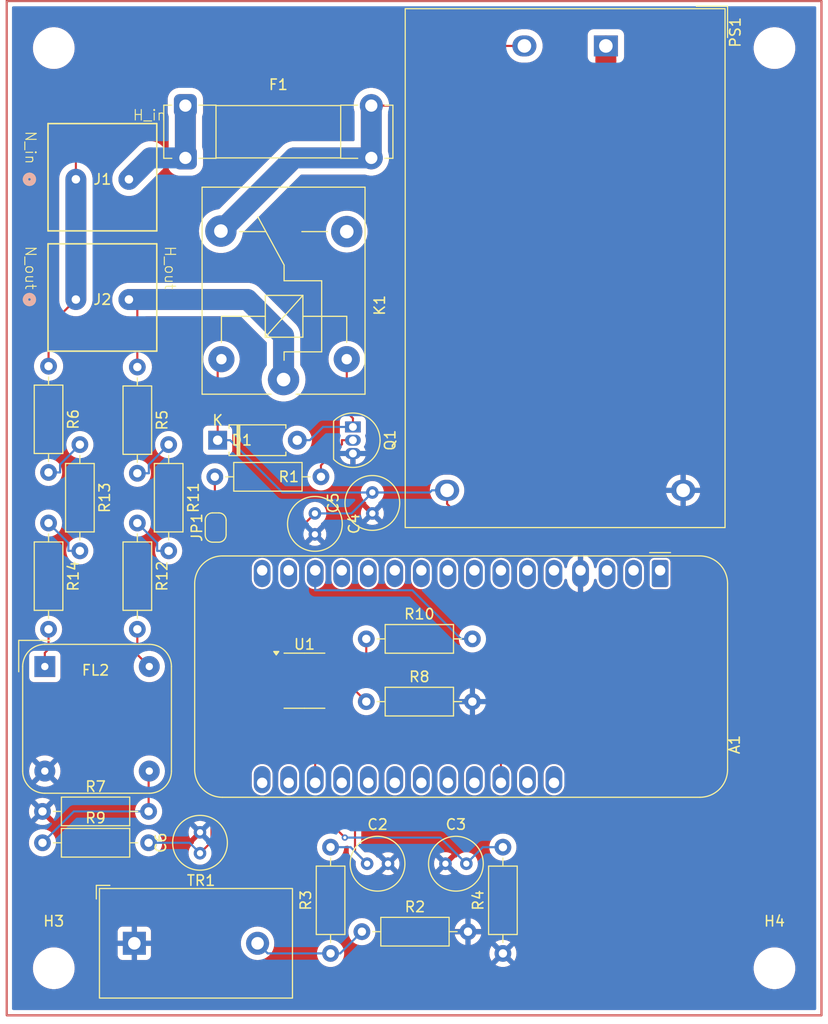
<source format=kicad_pcb>
(kicad_pcb (version 20240108) (generator "pcbnew") (generator_version "8.0")
  (layers (0 "F.Cu" signal) (31 "B.Cu" signal) (34 "B.Paste" user) (35 "F.Paste" user) (36 "B.SilkS" user "B.Silkscreen") (37 "F.SilkS" user "F.Silkscreen") (38 "B.Mask" user) (39 "F.Mask" user) (44 "Edge.Cuts" user))
  (net 0 "")
  (net 5 "GND")
  (net 9 "/DATA_LV")
  (net 24 "/RLY_CTRL")
  (net 27 "+5V")
  (net 29 "IP")
  (net 30 "IN")
  (net 31 "VP")
  (net 32 "Net-(D1-A)")
  (net 33 "AC_H")
  (net 34 "Net-(J1-Pin_2)")
  (net 35 "Net-(FL2-Pad4)")
  (net 36 "Net-(FL2-Pad1)")
  (net 37 "Net-(FL2-Pad2)")
  (net 38 "AC_N")
  (net 39 "RELAY_OUT")
  (net 40 "Net-(JP1-B)")
  (net 41 "Net-(Q1-B)")
  (net 42 "Net-(R2-Pad1)")
  (net 43 "Net-(R11-Pad1)")
  (net 44 "Net-(R13-Pad1)")
  (net 45 "/DATA_HV")
  (net 46 "Net-(R11-Pad2)")
  (net 47 "Net-(R13-Pad2)")
  (footprint "Connector_Screw_Terminal:CONN2_020000_WED" (layer "F.Cu") (at 97.1149 62.0462)
    (property "Reference" "J1" (at 2.54 0 0) (layer "F.SilkS"))
    (property "Value" "Screw_Terminal_01x02")
    (fp_circle (center -4.445 0) (end -4.064 0) (stroke (width 0.508)) (fill none) (layer "B.SilkS"))
    (fp_line (start -2.667 -5.327) (end -2.667 4.9346) (stroke (width 0.1524)) (layer "F.SilkS"))
    (fp_line (start -2.667 4.9346) (end 7.747 4.9346) (stroke (width 0.1524)) (layer "F.SilkS"))
    (fp_line (start 7.747 -5.327) (end -2.667 -5.327) (stroke (width 0.1524)) (layer "F.SilkS"))
    (fp_line (start 7.747 4.9346) (end 7.747 -5.327) (stroke (width 0.1524)) (layer "F.SilkS"))
    (fp_circle (center -4.445 0) (end -4.064 0) (stroke (width 0.508)) (fill none) (layer "F.SilkS"))
    (pad "1" thru_hole circle (at 0 0) (size 1.3208 1.3208) (drill 0.8128) (layers "*.Cu" "*.Mask") (net 38 "AC_N"))
    (pad "2" thru_hole circle (at 5.08 0) (size 1.3208 1.3208) (drill 0.8128) (layers "*.Cu" "*.Mask") (net 34 "Net-(J1-Pin_2)"))
  )
  (footprint "Resistor_THT:R_Axial_DIN0207_L6.3mm_D2.5mm_P10.16mm_Horizontal" (layer "F.Cu") (at 97.5 87.42 -90)
    (property "Reference" "R13" (at 5.08 -2.37 90) (layer "F.SilkS"))
    (property "Value" "10K")
    (fp_line (start 1.81 1.37) (end 8.35 1.37) (stroke (width 0.12)) (layer "F.SilkS"))
    (fp_line (start 8.35 1.37) (end 8.35 -1.37) (stroke (width 0.12)) (layer "F.SilkS"))
    (fp_line (start 1.04 0) (end 1.81 0) (stroke (width 0.12)) (layer "F.SilkS"))
    (fp_line (start 9.12 0) (end 8.35 0) (stroke (width 0.12)) (layer "F.SilkS"))
    (fp_line (start 1.81 -1.37) (end 1.81 1.37) (stroke (width 0.12)) (layer "F.SilkS"))
    (fp_line (start 8.35 -1.37) (end 1.81 -1.37) (stroke (width 0.12)) (layer "F.SilkS"))
    (pad "1" thru_hole circle (at 0 0 270) (size 1.6 1.6) (drill 0.8) (layers "*.Cu" "*.Mask") (net 44 "Net-(R13-Pad1)"))
    (pad "2" thru_hole oval (at 10.16 0 270) (size 1.6 1.6) (drill 0.8) (layers "*.Cu" "*.Mask") (net 47 "Net-(R13-Pad2)"))
  )
  (footprint "Resistor_THT:R_Axial_DIN0207_L6.3mm_D2.5mm_P10.16mm_Horizontal" (layer "F.Cu") (at 94.5 79.92 -90)
    (property "Reference" "R6" (at 5.08 -2.37 90) (layer "F.SilkS"))
    (property "Value" "10K")
    (fp_line (start 1.81 1.37) (end 8.35 1.37) (stroke (width 0.12)) (layer "F.SilkS"))
    (fp_line (start 8.35 1.37) (end 8.35 -1.37) (stroke (width 0.12)) (layer "F.SilkS"))
    (fp_line (start 1.04 0) (end 1.81 0) (stroke (width 0.12)) (layer "F.SilkS"))
    (fp_line (start 9.12 0) (end 8.35 0) (stroke (width 0.12)) (layer "F.SilkS"))
    (fp_line (start 1.81 -1.37) (end 1.81 1.37) (stroke (width 0.12)) (layer "F.SilkS"))
    (fp_line (start 8.35 -1.37) (end 1.81 -1.37) (stroke (width 0.12)) (layer "F.SilkS"))
    (pad "1" thru_hole circle (at 0 0 270) (size 1.6 1.6) (drill 0.8) (layers "*.Cu" "*.Mask") (net 38 "AC_N"))
    (pad "2" thru_hole oval (at 10.16 0 270) (size 1.6 1.6) (drill 0.8) (layers "*.Cu" "*.Mask") (net 44 "Net-(R13-Pad1)"))
  )
  (footprint "Converter_ACDC:Converter_ACDC_Hi-Link_HLK-10Mxx" (layer "F.Cu") (at 147.8575 49.2925 -90)
    (property "Reference" "PS1" (at -1.3 -12.39 90) (layer "F.SilkS"))
    (property "Value" "HLK-10M05")
    (fp_line (start -3.56 19.21) (end 46.06 19.21) (stroke (width 0.12)) (layer "F.SilkS"))
    (fp_line (start -3.8 -8.65) (end -3.8 -11.65) (stroke (width 0.12)) (layer "F.SilkS"))
    (fp_line (start -3.56 -11.41) (end -3.56 19.21) (stroke (width 0.12)) (layer "F.SilkS"))
    (fp_line (start -3.56 -11.41) (end 46.06 -11.41) (stroke (width 0.12)) (layer "F.SilkS"))
    (fp_line (start 46.06 -11.41) (end 46.06 19.21) (stroke (width 0.12)) (layer "F.SilkS"))
    (fp_line (start -3.8 -11.65) (end -0.8 -11.65) (stroke (width 0.12)) (layer "F.SilkS"))
    (pad "1" thru_hole rect (at 0 0 270) (size 2 2.3) (drill 1.3) (layers "*.Cu" "*.Mask") (net 33 "AC_H"))
    (pad "2" thru_hole oval (at 0 7.8 270) (size 2 2.3) (drill 1.3) (layers "*.Cu" "*.Mask") (net 38 "AC_N"))
    (pad "3" thru_hole oval (at 42.5 -7.4 270) (size 2 2.3) (drill 1.3) (layers "*.Cu" "*.Mask") (net 5 "GND"))
    (pad "4" thru_hole oval (at 42.5 15.2 270) (size 2 2.3) (drill 1.3) (layers "*.Cu" "*.Mask") (net 27 "+5V"))
  )
  (footprint "Relay_THT:Relay_SPDT_SANYOU_SRD_Series_Form_C" (layer "F.Cu") (at 117 81.2 90)
    (property "Reference" "K1" (at 7.1 9.2 90) (layer "F.SilkS"))
    (property "Value" "SANYOU_SRD_Form_C")
    (fp_line (start 18.4 -7.8) (end 18.4 7.8) (stroke (width 0.12)) (layer "F.SilkS"))
    (fp_line (start -1.4 -7.8) (end 18.4 -7.8) (stroke (width 0.12)) (layer "F.SilkS"))
    (fp_line (start -1.4 -7.8) (end -1.4 -1.2) (stroke (width 0.12)) (layer "F.SilkS"))
    (fp_line (start 6.05 -5.95) (end 3.55 -5.95) (stroke (width 0.12)) (layer "F.SilkS"))
    (fp_line (start 6.05 -5.95) (end 6.05 -1.75) (stroke (width 0.12)) (layer "F.SilkS"))
    (fp_line (start 14.15 -4.2) (end 14.15 -1.7) (stroke (width 0.12)) (layer "F.SilkS"))
    (fp_line (start 8.05 -1.75) (end 8.05 1.85) (stroke (width 0.12)) (layer "F.SilkS"))
    (fp_line (start 4.05 -1.75) (end 8.05 -1.75) (stroke (width 0.12)) (layer "F.SilkS"))
    (fp_line (start 10.95 0.05) (end 15.55 -2.45) (stroke (width 0.12)) (layer "F.SilkS"))
    (fp_line (start 9.45 0.05) (end 10.95 0.05) (stroke (width 0.12)) (layer "F.SilkS"))
    (fp_line (start 9.45 0.05) (end 9.45 3.65) (stroke (width 0.12)) (layer "F.SilkS"))
    (fp_line (start 2.65 0.05) (end 1.85 0.05) (stroke (width 0.12)) (layer "F.SilkS"))
    (fp_line (start 2.65 0.05) (end 2.65 3.65) (stroke (width 0.12)) (layer "F.SilkS"))
    (fp_line (start -1.4 1.2) (end -1.4 7.8) (stroke (width 0.12)) (layer "F.SilkS"))
    (fp_line (start 8.05 1.85) (end 4.05 -1.75) (stroke (width 0.12)) (layer "F.SilkS"))
    (fp_line (start 8.05 1.85) (end 4.05 1.85) (stroke (width 0.12)) (layer "F.SilkS"))
    (fp_line (start 6.05 1.85) (end 6.05 6.05) (stroke (width 0.12)) (layer "F.SilkS"))
    (fp_line (start 4.05 1.85) (end 4.05 -1.75) (stroke (width 0.12)) (layer "F.SilkS"))
    (fp_line (start 9.45 3.65) (end 2.65 3.65) (stroke (width 0.12)) (layer "F.SilkS"))
    (fp_line (start 14.15 4.2) (end 14.15 1.75) (stroke (width 0.12)) (layer "F.SilkS"))
    (fp_line (start 3.55 6.05) (end 6.05 6.05) (stroke (width 0.12)) (layer "F.SilkS"))
    (fp_line (start 18.4 7.8) (end -1.4 7.8) (stroke (width 0.12)) (layer "F.SilkS"))
    (pad "1" thru_hole circle (at 0 0 180) (size 3 3) (drill 1.3) (layers "*.Cu" "*.Mask") (net 39 "RELAY_OUT"))
    (pad "2" thru_hole circle (at 1.95 6.05 180) (size 2.5 2.5) (drill 1) (layers "*.Cu" "*.Mask") (net 32 "Net-(D1-A)"))
    (pad "3" thru_hole circle (at 14.15 6.05 180) (size 3 3) (drill 1.3) (layers "*.Cu" "*.Mask"))
    (pad "4" thru_hole circle (at 14.2 -6 180) (size 3 3) (drill 1.3) (layers "*.Cu" "*.Mask") (net 33 "AC_H"))
    (pad "5" thru_hole circle (at 1.95 -5.95 180) (size 2.5 2.5) (drill 1) (layers "*.Cu" "*.Mask") (net 27 "+5V"))
  )
  (footprint "Capacitor_THT:C_Radial_D5.0mm_H7.0mm_P2.00mm" (layer "F.Cu") (at 125.5 94 90)
    (property "Reference" "C5" (at 1 -3.75 90) (layer "F.SilkS"))
    (property "Value" "10u")
    (fp_circle (center 1 0) (end 3.62 0) (stroke (width 0.12)) (fill none) (layer "F.SilkS"))
    (pad "1" thru_hole circle (at 0 0 90) (size 1.2 1.2) (drill 0.6) (layers "*.Cu" "*.Mask") (net 5 "GND"))
    (pad "2" thru_hole circle (at 2 0 90) (size 1.2 1.2) (drill 0.6) (layers "*.Cu" "*.Mask") (net 27 "+5V"))
  )
  (footprint "Capacitor_THT:C_Radial_D5.0mm_H7.0mm_P2.00mm" (layer "F.Cu") (at 125 127.5)
    (property "Reference" "C2" (at 1 -3.75 0) (layer "F.SilkS"))
    (property "Value" "33n")
    (fp_circle (center 1 0) (end 3.62 0) (stroke (width 0.12)) (fill none) (layer "F.SilkS"))
    (pad "1" thru_hole circle (at 0 0) (size 1.2 1.2) (drill 0.6) (layers "*.Cu" "*.Mask") (net 29 "IP"))
    (pad "2" thru_hole circle (at 2 0) (size 1.2 1.2) (drill 0.6) (layers "*.Cu" "*.Mask") (net 5 "GND"))
  )
  (footprint "Resistor_THT:R_Axial_DIN0207_L6.3mm_D2.5mm_P10.16mm_Horizontal" (layer "F.Cu") (at 124.92 112)
    (property "Reference" "R8" (at 5.08 -2.37 0) (layer "F.SilkS"))
    (property "Value" "5k1")
    (fp_line (start 1.04 0) (end 1.81 0) (stroke (width 0.12)) (layer "F.SilkS"))
    (fp_line (start 1.81 -1.37) (end 1.81 1.37) (stroke (width 0.12)) (layer "F.SilkS"))
    (fp_line (start 1.81 1.37) (end 8.35 1.37) (stroke (width 0.12)) (layer "F.SilkS"))
    (fp_line (start 8.35 -1.37) (end 1.81 -1.37) (stroke (width 0.12)) (layer "F.SilkS"))
    (fp_line (start 8.35 1.37) (end 8.35 -1.37) (stroke (width 0.12)) (layer "F.SilkS"))
    (fp_line (start 9.12 0) (end 8.35 0) (stroke (width 0.12)) (layer "F.SilkS"))
    (pad "1" thru_hole circle (at 0 0) (size 1.6 1.6) (drill 0.8) (layers "*.Cu" "*.Mask") (net 45 "/DATA_HV"))
    (pad "2" thru_hole oval (at 10.16 0) (size 1.6 1.6) (drill 0.8) (layers "*.Cu" "*.Mask") (net 5 "GND"))
  )
  (footprint "Resistor_THT:R_Axial_DIN0207_L6.3mm_D2.5mm_P10.16mm_Horizontal" (layer "F.Cu") (at 110.42 90.5)
    (property "Reference" "R1" (at 7.08 0 0) (layer "F.SilkS"))
    (property "Value" "TBD")
    (fp_line (start 1.04 0) (end 1.81 0) (stroke (width 0.12)) (layer "F.SilkS"))
    (fp_line (start 1.81 -1.37) (end 1.81 1.37) (stroke (width 0.12)) (layer "F.SilkS"))
    (fp_line (start 1.81 1.37) (end 8.35 1.37) (stroke (width 0.12)) (layer "F.SilkS"))
    (fp_line (start 8.35 -1.37) (end 1.81 -1.37) (stroke (width 0.12)) (layer "F.SilkS"))
    (fp_line (start 8.35 1.37) (end 8.35 -1.37) (stroke (width 0.12)) (layer "F.SilkS"))
    (fp_line (start 9.12 0) (end 8.35 0) (stroke (width 0.12)) (layer "F.SilkS"))
    (pad "1" thru_hole circle (at 0 0) (size 1.6 1.6) (drill 0.8) (layers "*.Cu" "*.Mask") (net 40 "Net-(JP1-B)"))
    (pad "2" thru_hole oval (at 10.16 0) (size 1.6 1.6) (drill 0.8) (layers "*.Cu" "*.Mask") (net 41 "Net-(Q1-B)"))
  )
  (footprint "Resistor_THT:R_Axial_DIN0207_L6.3mm_D2.5mm_P10.16mm_Horizontal" (layer "F.Cu") (at 93.92 122.5)
    (property "Reference" "R7" (at 5.08 -2.37 0) (layer "F.SilkS"))
    (property "Value" "75 (1%)")
    (fp_line (start 1.04 0) (end 1.81 0) (stroke (width 0.12)) (layer "F.SilkS"))
    (fp_line (start 1.81 -1.37) (end 1.81 1.37) (stroke (width 0.12)) (layer "F.SilkS"))
    (fp_line (start 1.81 1.37) (end 8.35 1.37) (stroke (width 0.12)) (layer "F.SilkS"))
    (fp_line (start 8.35 -1.37) (end 1.81 -1.37) (stroke (width 0.12)) (layer "F.SilkS"))
    (fp_line (start 8.35 1.37) (end 8.35 -1.37) (stroke (width 0.12)) (layer "F.SilkS"))
    (fp_line (start 9.12 0) (end 8.35 0) (stroke (width 0.12)) (layer "F.SilkS"))
    (pad "1" thru_hole circle (at 0 0) (size 1.6 1.6) (drill 0.8) (layers "*.Cu" "*.Mask") (net 5 "GND"))
    (pad "2" thru_hole oval (at 10.16 0) (size 1.6 1.6) (drill 0.8) (layers "*.Cu" "*.Mask") (net 35 "Net-(FL2-Pad4)"))
  )
  (footprint "Resistor_THT:R_Axial_DIN0207_L6.3mm_D2.5mm_P10.16mm_Horizontal" (layer "F.Cu") (at 94.5 94.92 -90)
    (property "Reference" "R14" (at 5.08 -2.37 90) (layer "F.SilkS"))
    (property "Value" "10K")
    (fp_line (start 1.81 1.37) (end 8.35 1.37) (stroke (width 0.12)) (layer "F.SilkS"))
    (fp_line (start 8.35 1.37) (end 8.35 -1.37) (stroke (width 0.12)) (layer "F.SilkS"))
    (fp_line (start 1.04 0) (end 1.81 0) (stroke (width 0.12)) (layer "F.SilkS"))
    (fp_line (start 9.12 0) (end 8.35 0) (stroke (width 0.12)) (layer "F.SilkS"))
    (fp_line (start 1.81 -1.37) (end 1.81 1.37) (stroke (width 0.12)) (layer "F.SilkS"))
    (fp_line (start 8.35 -1.37) (end 1.81 -1.37) (stroke (width 0.12)) (layer "F.SilkS"))
    (pad "1" thru_hole circle (at 0 0 270) (size 1.6 1.6) (drill 0.8) (layers "*.Cu" "*.Mask") (net 47 "Net-(R13-Pad2)"))
    (pad "2" thru_hole oval (at 10.16 0 270) (size 1.6 1.6) (drill 0.8) (layers "*.Cu" "*.Mask") (net 36 "Net-(FL2-Pad1)"))
  )
  (footprint "Module:Adafruit_Feather" (layer "F.Cu") (at 153.05 99.4475 -90)
    (property "Reference" "A1" (at 16.66 -7.12 90) (layer "F.SilkS"))
    (property "Value" "Adafruit_Feather_HUZZAH32_ESP32")
    (fp_line (start 19.05 44.56) (end 1.27 44.56) (stroke (width 0.12)) (layer "F.SilkS"))
    (fp_line (start -1.7 1) (end -1.7 -1) (stroke (width 0.12)) (layer "F.SilkS"))
    (fp_line (start -1.38 -3.81) (end -1.38 41.91) (stroke (width 0.12)) (layer "F.SilkS"))
    (fp_line (start 21.7 -3.81) (end 21.7 41.91) (stroke (width 0.12)) (layer "F.SilkS"))
    (fp_line (start 19.05 -6.46) (end 1.27 -6.46) (stroke (width 0.12)) (layer "F.SilkS"))
    (fp_arc (start 1.27 44.56) (mid -0.603833 43.783833) (end -1.38 41.91) (stroke (width 0.12)) (layer "F.SilkS"))
    (fp_arc (start 21.7 41.91) (mid 20.923833 43.783833) (end 19.05 44.56) (stroke (width 0.12)) (layer "F.SilkS"))
    (fp_arc (start -1.38 -3.81) (mid -0.603833 -5.683833) (end 1.27 -6.46) (stroke (width 0.12)) (layer "F.SilkS"))
    (fp_arc (start 19.05 -6.46) (mid 20.923833 -5.683833) (end 21.7 -3.81) (stroke (width 0.12)) (layer "F.SilkS"))
    (pad "1" thru_hole roundrect (at 0 0 270) (size 2.6 1.6) (drill 1 (offset 0.3 0)) (layers "*.Cu" "*.Mask") (roundrect_rratio 0.15625))
    (pad "2" thru_hole oval (at 0 2.54 270) (size 2.6 1.6) (drill 1 (offset 0.3 0)) (layers "*.Cu" "*.Mask"))
    (pad "3" thru_hole oval (at 0 5.08 270) (size 2.6 1.6) (drill 1 (offset 0.3 0)) (layers "*.Cu" "*.Mask"))
    (pad "4" thru_hole oval (at 0 7.62 270) (size 2.6 1.6) (drill 1 (offset 0.3 0)) (layers "*.Cu" "*.Mask") (net 5 "GND"))
    (pad "5" thru_hole oval (at 0 10.16 270) (size 2.6 1.6) (drill 1 (offset 0.3 0)) (layers "*.Cu" "*.Mask"))
    (pad "6" thru_hole oval (at 0 12.7 270) (size 2.6 1.6) (drill 1 (offset 0.3 0)) (layers "*.Cu" "*.Mask"))
    (pad "7" thru_hole oval (at 0 15.24 270) (size 2.6 1.6) (drill 1 (offset 0.3 0)) (layers "*.Cu" "*.Mask"))
    (pad "8" thru_hole oval (at 0 17.78 270) (size 2.6 1.6) (drill 1 (offset 0.3 0)) (layers "*.Cu" "*.Mask"))
    (pad "9" thru_hole oval (at 0 20.32 270) (size 2.6 1.6) (drill 1 (offset 0.3 0)) (layers "*.Cu" "*.Mask"))
    (pad "10" thru_hole oval (at 0 22.86 270) (size 2.6 1.6) (drill 1 (offset 0.3 0)) (layers "*.Cu" "*.Mask"))
    (pad "11" thru_hole oval (at 0 25.4 270) (size 2.6 1.6) (drill 1 (offset 0.3 0)) (layers "*.Cu" "*.Mask"))
    (pad "12" thru_hole oval (at 0 27.94 270) (size 2.6 1.6) (drill 1 (offset 0.3 0)) (layers "*.Cu" "*.Mask"))
    (pad "13" thru_hole oval (at 0 30.48 270) (size 2.6 1.6) (drill 1 (offset 0.3 0)) (layers "*.Cu" "*.Mask"))
    (pad "14" thru_hole oval (at 0 33.02 270) (size 2.6 1.6) (drill 1 (offset 0.3 0)) (layers "*.Cu" "*.Mask") (net 9 "/DATA_LV"))
    (pad "15" thru_hole oval (at 0 35.56 270) (size 2.6 1.6) (drill 1 (offset 0.3 0)) (layers "*.Cu" "*.Mask"))
    (pad "16" thru_hole oval (at 0 38.1 270) (size 2.6 1.6) (drill 1 (offset 0.3 0)) (layers "*.Cu" "*.Mask"))
    (pad "17" thru_hole oval (at 20.32 38.1 90) (size 2.6 1.6) (drill 1 (offset 0.3 0)) (layers "*.Cu" "*.Mask"))
    (pad "18" thru_hole oval (at 20.32 35.56 90) (size 2.6 1.6) (drill 1 (offset 0.3 0)) (layers "*.Cu" "*.Mask"))
    (pad "19" thru_hole oval (at 20.32 33.02 90) (size 2.6 1.6) (drill 1 (offset 0.3 0)) (layers "*.Cu" "*.Mask") (net 24 "/RLY_CTRL"))
    (pad "20" thru_hole oval (at 20.32 30.48 90) (size 2.6 1.6) (drill 1 (offset 0.3 0)) (layers "*.Cu" "*.Mask"))
    (pad "21" thru_hole oval (at 20.32 27.94 90) (size 2.6 1.6) (drill 1 (offset 0.3 0)) (layers "*.Cu" "*.Mask"))
    (pad "22" thru_hole oval (at 20.32 25.4 90) (size 2.6 1.6) (drill 1 (offset 0.3 0)) (layers "*.Cu" "*.Mask"))
    (pad "23" thru_hole oval (at 20.32 22.86 90) (size 2.6 1.6) (drill 1 (offset 0.3 0)) (layers "*.Cu" "*.Mask"))
    (pad "24" thru_hole oval (at 20.32 20.32 90) (size 2.6 1.6) (drill 1 (offset 0.3 0)) (layers "*.Cu" "*.Mask"))
    (pad "25" thru_hole oval (at 20.32 17.78 90) (size 2.6 1.6) (drill 1 (offset 0.3 0)) (layers "*.Cu" "*.Mask"))
    (pad "26" thru_hole oval (at 20.32 15.24 90) (size 2.6 1.6) (drill 1 (offset 0.3 0)) (layers "*.Cu" "*.Mask") (net 27 "+5V"))
    (pad "27" thru_hole oval (at 20.32 12.7 90) (size 2.6 1.6) (drill 1 (offset 0.3 0)) (layers "*.Cu" "*.Mask"))
    (pad "28" thru_hole oval (at 20.32 10.16 90) (size 2.6 1.6) (drill 1 (offset 0.3 0)) (layers "*.Cu" "*.Mask"))
  )
  (footprint "Capacitor_THT:C_Radial_D5.0mm_H7.0mm_P2.00mm" (layer "F.Cu") (at 120 94 -90)
    (property "Reference" "C4" (at 1 -3.75 90) (layer "F.SilkS"))
    (property "Value" "100n")
    (fp_circle (center 1 0) (end 3.62 0) (stroke (width 0.12)) (fill none) (layer "F.SilkS"))
    (pad "1" thru_hole circle (at 0 0 270) (size 1.2 1.2) (drill 0.6) (layers "*.Cu" "*.Mask") (net 27 "+5V"))
    (pad "2" thru_hole circle (at 2 0 270) (size 1.2 1.2) (drill 0.6) (layers "*.Cu" "*.Mask") (net 5 "GND"))
  )
  (footprint "Resistor_THT:R_Axial_DIN0207_L6.3mm_D2.5mm_P10.16mm_Horizontal" (layer "F.Cu") (at 103 94.92 -90)
    (property "Reference" "R12" (at 5.08 -2.37 90) (layer "F.SilkS"))
    (property "Value" "10K")
    (fp_line (start 1.81 1.37) (end 8.35 1.37) (stroke (width 0.12)) (layer "F.SilkS"))
    (fp_line (start 8.35 1.37) (end 8.35 -1.37) (stroke (width 0.12)) (layer "F.SilkS"))
    (fp_line (start 1.04 0) (end 1.81 0) (stroke (width 0.12)) (layer "F.SilkS"))
    (fp_line (start 9.12 0) (end 8.35 0) (stroke (width 0.12)) (layer "F.SilkS"))
    (fp_line (start 1.81 -1.37) (end 1.81 1.37) (stroke (width 0.12)) (layer "F.SilkS"))
    (fp_line (start 8.35 -1.37) (end 1.81 -1.37) (stroke (width 0.12)) (layer "F.SilkS"))
    (pad "1" thru_hole circle (at 0 0 270) (size 1.6 1.6) (drill 0.8) (layers "*.Cu" "*.Mask") (net 46 "Net-(R11-Pad2)"))
    (pad "2" thru_hole oval (at 10.16 0 270) (size 1.6 1.6) (drill 0.8) (layers "*.Cu" "*.Mask") (net 37 "Net-(FL2-Pad2)"))
  )
  (footprint "Resistor_THT:R_Axial_DIN0207_L6.3mm_D2.5mm_P10.16mm_Horizontal" (layer "F.Cu") (at 124.5 134)
    (property "Reference" "R2" (at 5.08 -2.37 0) (layer "F.SilkS"))
    (property "Value" "49.9 (1%)")
    (fp_line (start 1.04 0) (end 1.81 0) (stroke (width 0.12)) (layer "F.SilkS"))
    (fp_line (start 1.81 -1.37) (end 1.81 1.37) (stroke (width 0.12)) (layer "F.SilkS"))
    (fp_line (start 1.81 1.37) (end 8.35 1.37) (stroke (width 0.12)) (layer "F.SilkS"))
    (fp_line (start 8.35 -1.37) (end 1.81 -1.37) (stroke (width 0.12)) (layer "F.SilkS"))
    (fp_line (start 8.35 1.37) (end 8.35 -1.37) (stroke (width 0.12)) (layer "F.SilkS"))
    (fp_line (start 9.12 0) (end 8.35 0) (stroke (width 0.12)) (layer "F.SilkS"))
    (pad "1" thru_hole circle (at 0 0) (size 1.6 1.6) (drill 0.8) (layers "*.Cu" "*.Mask") (net 42 "Net-(R2-Pad1)"))
    (pad "2" thru_hole oval (at 10.16 0) (size 1.6 1.6) (drill 0.8) (layers "*.Cu" "*.Mask") (net 5 "GND"))
  )
  (footprint "MountingHole:MountingHole_3.5mm" (layer "F.Cu") (at 164 49.5)
    (property "Reference" "H2" (hide yes))
    (property "Value" "MountingHole" (hide yes))
    (pad "" np_thru_hole circle (at 0 0) (size 3.5 3.5) (drill 3.5) (layers "*.Cu" "*.Mask"))
  )
  (footprint "Transformer_THT:Transformer_Zeming_ZMCT103C" (layer "F.Cu") (at 102.7125 135.1125)
    (property "Reference" "TR1" (at 6.39 -6 0) (layer "F.SilkS"))
    (property "Value" "ZMCT103C")
    (fp_line (start -3.64 -5.54) (end -2.34 -5.54) (stroke (width 0.12)) (layer "F.SilkS"))
    (fp_line (start -3.64 -4.24) (end -3.64 -5.54) (stroke (width 0.12)) (layer "F.SilkS"))
    (fp_rect (start -3.34 -5.24) (end 15.14 5.24) (stroke (width 0.12)) (fill none) (layer "F.SilkS"))
    (pad "1" thru_hole rect (at 0 0) (size 2.2 2.2) (drill 1.2) (layers "*.Cu" "*.Mask") (net 5 "GND"))
    (pad "2" thru_hole circle (at 11.8 0) (size 2.2 2.2) (drill 1.2) (layers "*.Cu" "*.Mask") (net 42 "Net-(R2-Pad1)"))
  )
  (footprint "Package_TO_SOT_THT:TO-92_Inline" (layer "F.Cu") (at 123.64 85.73 -90)
    (property "Reference" "Q1" (at 1.27 -3.56 90) (layer "F.SilkS"))
    (property "Value" "NPN")
    (fp_line (start -0.53 1.85) (end 3.07 1.85) (stroke (width 0.12)) (layer "F.SilkS"))
    (fp_arc (start -0.568478 1.838478) (mid -1.132087 -0.994977) (end 1.27 -2.6) (stroke (width 0.12)) (layer "F.SilkS"))
    (fp_arc (start 1.27 -2.6) (mid 3.672087 -0.994977) (end 3.108478 1.838478) (stroke (width 0.12)) (layer "F.SilkS"))
    (pad "1" thru_hole rect (at 0 0 270) (size 1.05 1.5) (drill 0.75) (layers "*.Cu" "*.Mask") (net 32 "Net-(D1-A)"))
    (pad "2" thru_hole oval (at 1.27 0 270) (size 1.05 1.5) (drill 0.75) (layers "*.Cu" "*.Mask") (net 41 "Net-(Q1-B)"))
    (pad "3" thru_hole oval (at 2.54 0 270) (size 1.05 1.5) (drill 0.75) (layers "*.Cu" "*.Mask") (net 5 "GND"))
  )
  (footprint "MountingHole:MountingHole_3.5mm" (layer "F.Cu") (at 95 49.5)
    (property "Reference" "H1" (hide yes))
    (property "Value" "MountingHole" (hide yes))
    (pad "" np_thru_hole circle (at 0 0) (size 3.5 3.5) (drill 3.5) (layers "*.Cu" "*.Mask"))
  )
  (footprint "Resistor_THT:R_Axial_DIN0207_L6.3mm_D2.5mm_P10.16mm_Horizontal" (layer "F.Cu") (at 106 87.42 -90)
    (property "Reference" "R11" (at 5.08 -2.37 90) (layer "F.SilkS"))
    (property "Value" "10K")
    (fp_line (start 1.81 1.37) (end 8.35 1.37) (stroke (width 0.12)) (layer "F.SilkS"))
    (fp_line (start 8.35 1.37) (end 8.35 -1.37) (stroke (width 0.12)) (layer "F.SilkS"))
    (fp_line (start 1.04 0) (end 1.81 0) (stroke (width 0.12)) (layer "F.SilkS"))
    (fp_line (start 9.12 0) (end 8.35 0) (stroke (width 0.12)) (layer "F.SilkS"))
    (fp_line (start 1.81 -1.37) (end 1.81 1.37) (stroke (width 0.12)) (layer "F.SilkS"))
    (fp_line (start 8.35 -1.37) (end 1.81 -1.37) (stroke (width 0.12)) (layer "F.SilkS"))
    (pad "1" thru_hole circle (at 0 0 270) (size 1.6 1.6) (drill 0.8) (layers "*.Cu" "*.Mask") (net 43 "Net-(R11-Pad1)"))
    (pad "2" thru_hole oval (at 10.16 0 270) (size 1.6 1.6) (drill 0.8) (layers "*.Cu" "*.Mask") (net 46 "Net-(R11-Pad2)"))
  )
  (footprint "Fuse:Fuseholder_Clip-5x20mm_Bel_FC-203-22_Lateral_P17.80x5.00mm_D1.17mm_Horizontal" (layer "F.Cu") (at 107.6 55)
    (property "Reference" "F1" (at 8.9 -2 0) (layer "F.SilkS"))
    (property "Value" "1Ax250V")
    (fp_line (start -2.07 5.04) (end -2.07 -0.04) (stroke (width 0.12)) (layer "F.SilkS"))
    (fp_line (start -1.3 -0.04) (end -2.07 -0.04) (stroke (width 0.12)) (layer "F.SilkS"))
    (fp_line (start -1.3 5.04) (end -2.07 5.04) (stroke (width 0.12)) (layer "F.SilkS"))
    (fp_line (start 2.93 -0.04) (end 1.3 -0.04) (stroke (width 0.12)) (layer "F.SilkS"))
    (fp_line (start 2.93 -0.04) (end 2.93 5.04) (stroke (width 0.12)) (layer "F.SilkS"))
    (fp_line (start 2.93 5.04) (end 1.3 5.04) (stroke (width 0.12)) (layer "F.SilkS"))
    (fp_line (start 14.87 -0.04) (end 14.87 5.04) (stroke (width 0.12)) (layer "F.SilkS"))
    (fp_line (start 14.87 0) (end 2.93 0) (stroke (width 0.12)) (layer "F.SilkS"))
    (fp_line (start 14.87 5) (end 2.93 5) (stroke (width 0.12)) (layer "F.SilkS"))
    (fp_line (start 16.5 -0.04) (end 14.87 -0.04) (stroke (width 0.12)) (layer "F.SilkS"))
    (fp_line (start 16.5 5.04) (end 14.87 5.04) (stroke (width 0.12)) (layer "F.SilkS"))
    (fp_line (start 19.1 -0.04) (end 19.87 -0.04) (stroke (width 0.12)) (layer "F.SilkS"))
    (fp_line (start 19.1 5.04) (end 19.87 5.04) (stroke (width 0.12)) (layer "F.SilkS"))
    (fp_line (start 19.87 -0.04) (end 19.87 5.04) (stroke (width 0.12)) (layer "F.SilkS"))
    (pad "1" thru_hole roundrect (at 0 0) (size 2.2 2.2) (drill 1.17) (layers "*.Cu" "*.Mask") (net 34 "Net-(J1-Pin_2)"))
    (pad "1" thru_hole roundrect (at 0 5) (size 2.2 2.2) (drill 1.17) (layers "*.Cu" "*.Mask") (net 34 "Net-(J1-Pin_2)"))
    (pad "2" thru_hole circle (at 17.8 0) (size 2.2 2.2) (drill 1.17) (layers "*.Cu" "*.Mask") (net 33 "AC_H"))
    (pad "2" thru_hole circle (at 17.8 5) (size 2.2 2.2) (drill 1.17) (layers "*.Cu" "*.Mask") (net 33 "AC_H"))
  )
  (footprint "Resistor_THT:R_Axial_DIN0207_L6.3mm_D2.5mm_P10.16mm_Horizontal" (layer "F.Cu") (at 124.92 106)
    (property "Reference" "R10" (at 5.08 -2.37 0) (layer "F.SilkS"))
    (property "Value" "10k")
    (fp_line (start 1.04 0) (end 1.81 0) (stroke (width 0.12)) (layer "F.SilkS"))
    (fp_line (start 1.81 -1.37) (end 1.81 1.37) (stroke (width 0.12)) (layer "F.SilkS"))
    (fp_line (start 1.81 1.37) (end 8.35 1.37) (stroke (width 0.12)) (layer "F.SilkS"))
    (fp_line (start 8.35 -1.37) (end 1.81 -1.37) (stroke (width 0.12)) (layer "F.SilkS"))
    (fp_line (start 8.35 1.37) (end 8.35 -1.37) (stroke (width 0.12)) (layer "F.SilkS"))
    (fp_line (start 9.12 0) (end 8.35 0) (stroke (width 0.12)) (layer "F.SilkS"))
    (pad "1" thru_hole circle (at 0 0) (size 1.6 1.6) (drill 0.8) (layers "*.Cu" "*.Mask") (net 45 "/DATA_HV"))
    (pad "2" thru_hole oval (at 10.16 0) (size 1.6 1.6) (drill 0.8) (layers "*.Cu" "*.Mask") (net 9 "/DATA_LV"))
  )
  (footprint "Diode_THT:D_A-405_P7.62mm_Horizontal" (layer "F.Cu") (at 110.69 87)
    (property "Reference" "D1" (at 2.31 0 0) (layer "F.SilkS"))
    (property "Value" "D")
    (fp_line (start 1.09 -1.47) (end 6.53 -1.47) (stroke (width 0.12)) (layer "F.SilkS"))
    (fp_line (start 1.09 -1.14) (end 1.09 -1.47) (stroke (width 0.12)) (layer "F.SilkS"))
    (fp_line (start 1.09 1.14) (end 1.09 1.47) (stroke (width 0.12)) (layer "F.SilkS"))
    (fp_line (start 1.09 1.47) (end 6.53 1.47) (stroke (width 0.12)) (layer "F.SilkS"))
    (fp_line (start 1.87 -1.47) (end 1.87 1.47) (stroke (width 0.12)) (layer "F.SilkS"))
    (fp_line (start 1.99 -1.47) (end 1.99 1.47) (stroke (width 0.12)) (layer "F.SilkS"))
    (fp_line (start 2.11 -1.47) (end 2.11 1.47) (stroke (width 0.12)) (layer "F.SilkS"))
    (fp_line (start 6.53 -1.47) (end 6.53 -1.14) (stroke (width 0.12)) (layer "F.SilkS"))
    (fp_line (start 6.53 1.47) (end 6.53 1.14) (stroke (width 0.12)) (layer "F.SilkS"))
    (fp_text user "K" (at 0 -1.9 0) (layer "F.SilkS"))
    (pad "1" thru_hole rect (at 0 0) (size 1.8 1.8) (drill 0.9) (layers "*.Cu" "*.Mask") (net 27 "+5V"))
    (pad "2" thru_hole oval (at 7.62 0) (size 1.8 1.8) (drill 0.9) (layers "*.Cu" "*.Mask") (net 32 "Net-(D1-A)"))
  )
  (footprint "Capacitor_THT:C_Radial_D5.0mm_H7.0mm_P2.00mm" (layer "F.Cu") (at 132.5 127.5)
    (property "Reference" "C3" (at 1 -3.75 0) (layer "F.SilkS"))
    (property "Value" "33n")
    (fp_circle (center 1 0) (end 3.62 0) (stroke (width 0.12)) (fill none) (layer "F.SilkS"))
    (pad "1" thru_hole circle (at 0 0) (size 1.2 1.2) (drill 0.6) (layers "*.Cu" "*.Mask") (net 5 "GND"))
    (pad "2" thru_hole circle (at 2 0) (size 1.2 1.2) (drill 0.6) (layers "*.Cu" "*.Mask") (net 30 "IN"))
  )
  (footprint "Package_SO:SSOP-8_3.9x5.05mm_P1.27mm" (layer "F.Cu") (at 119 110)
    (property "Reference" "U1" (at 0 -3.48 0) (layer "F.SilkS"))
    (property "Value" "HLW8032")
    (fp_line (start 0 -2.635) (end -1.95 -2.635) (stroke (width 0.12)) (layer "F.SilkS"))
    (fp_line (start 0 -2.635) (end 1.95 -2.635) (stroke (width 0.12)) (layer "F.SilkS"))
    (fp_line (start 0 2.635) (end -1.95 2.635) (stroke (width 0.12)) (layer "F.SilkS"))
    (fp_line (start 0 2.635) (end 1.95 2.635) (stroke (width 0.12)) (layer "F.SilkS"))
    (fp_poly (pts (xy -2.7 -2.465) (xy -2.94 -2.795) (xy -2.46 -2.795) (xy -2.7 -2.465)) (stroke (width 0.12)) (fill solid) (layer "F.SilkS"))
    (pad "1" smd roundrect (at -2.675 -1.905) (size 1.55 0.6) (layers "F.Cu" "F.Paste" "F.Mask") (net 27 "+5V"))
    (pad "2" smd roundrect (at -2.675 -0.635) (size 1.55 0.6) (layers "F.Cu" "F.Paste" "F.Mask") (net 29 "IP"))
    (pad "3" smd roundrect (at -2.675 0.635) (size 1.55 0.6) (layers "F.Cu" "F.Paste" "F.Mask") (net 30 "IN"))
    (pad "4" smd roundrect (at -2.675 1.905) (size 1.55 0.6) (layers "F.Cu" "F.Paste" "F.Mask") (net 31 "VP"))
    (pad "5" smd roundrect (at 2.675 1.905) (size 1.55 0.6) (layers "F.Cu" "F.Paste" "F.Mask") (net 5 "GND"))
    (pad "6" smd roundrect (at 2.675 0.635) (size 1.55 0.6) (layers "F.Cu" "F.Paste" "F.Mask") (net 45 "/DATA_HV"))
    (pad "7" smd roundrect (at 2.675 -0.635) (size 1.55 0.6) (layers "F.Cu" "F.Paste" "F.Mask"))
    (pad "8" smd roundrect (at 2.675 -1.905) (size 1.55 0.6) (layers "F.Cu" "F.Paste" "F.Mask"))
  )
  (footprint "Resistor_THT:R_Axial_DIN0207_L6.3mm_D2.5mm_P10.16mm_Horizontal" (layer "F.Cu") (at 93.92 125.5)
    (property "Reference" "R9" (at 5.08 -2.37 0) (layer "F.SilkS"))
    (property "Value" "1k")
    (fp_line (start 1.04 0) (end 1.81 0) (stroke (width 0.12)) (layer "F.SilkS"))
    (fp_line (start 1.81 -1.37) (end 1.81 1.37) (stroke (width 0.12)) (layer "F.SilkS"))
    (fp_line (start 1.81 1.37) (end 8.35 1.37) (stroke (width 0.12)) (layer "F.SilkS"))
    (fp_line (start 8.35 -1.37) (end 1.81 -1.37) (stroke (width 0.12)) (layer "F.SilkS"))
    (fp_line (start 8.35 1.37) (end 8.35 -1.37) (stroke (width 0.12)) (layer "F.SilkS"))
    (fp_line (start 9.12 0) (end 8.35 0) (stroke (width 0.12)) (layer "F.SilkS"))
    (pad "1" thru_hole circle (at 0 0) (size 1.6 1.6) (drill 0.8) (layers "*.Cu" "*.Mask") (net 35 "Net-(FL2-Pad4)"))
    (pad "2" thru_hole oval (at 10.16 0) (size 1.6 1.6) (drill 0.8) (layers "*.Cu" "*.Mask") (net 31 "VP"))
  )
  (footprint "MountingHole:MountingHole_3.5mm" (layer "F.Cu") (at 95 137.5)
    (property "Reference" "H3" (at 0 -4.5 0) (layer "F.SilkS"))
    (property "Value" "MountingHole")
    (pad "" np_thru_hole circle (at 0 0) (size 3.5 3.5) (drill 3.5) (layers "*.Cu" "*.Mask"))
  )
  (footprint "Resistor_THT:R_Axial_DIN0207_L6.3mm_D2.5mm_P10.16mm_Horizontal" (layer "F.Cu") (at 138 136.08 90)
    (property "Reference" "R4" (at 5.08 -2.37 90) (layer "F.SilkS"))
    (property "Value" "1k")
    (fp_line (start 8.35 -1.37) (end 1.81 -1.37) (stroke (width 0.12)) (layer "F.SilkS"))
    (fp_line (start 1.81 -1.37) (end 1.81 1.37) (stroke (width 0.12)) (layer "F.SilkS"))
    (fp_line (start 9.12 0) (end 8.35 0) (stroke (width 0.12)) (layer "F.SilkS"))
    (fp_line (start 1.04 0) (end 1.81 0) (stroke (width 0.12)) (layer "F.SilkS"))
    (fp_line (start 8.35 1.37) (end 8.35 -1.37) (stroke (width 0.12)) (layer "F.SilkS"))
    (fp_line (start 1.81 1.37) (end 8.35 1.37) (stroke (width 0.12)) (layer "F.SilkS"))
    (pad "1" thru_hole circle (at 0 0 90) (size 1.6 1.6) (drill 0.8) (layers "*.Cu" "*.Mask") (net 5 "GND"))
    (pad "2" thru_hole oval (at 10.16 0 90) (size 1.6 1.6) (drill 0.8) (layers "*.Cu" "*.Mask") (net 30 "IN"))
  )
  (footprint "Capacitor_THT:C_Radial_D5.0mm_H7.0mm_P2.00mm" (layer "F.Cu") (at 109 126.5 90)
    (property "Reference" "C6" (at 1 -3.75 90) (layer "F.SilkS"))
    (property "Value" "33n")
    (fp_circle (center 1 0) (end 3.62 0) (stroke (width 0.12)) (fill none) (layer "F.SilkS"))
    (pad "1" thru_hole circle (at 0 0 90) (size 1.2 1.2) (drill 0.6) (layers "*.Cu" "*.Mask") (net 31 "VP"))
    (pad "2" thru_hole circle (at 2 0 90) (size 1.2 1.2) (drill 0.6) (layers "*.Cu" "*.Mask") (net 5 "GND"))
  )
  (footprint "Connector_Screw_Terminal:CONN2_020000_WED" (layer "F.Cu") (at 97.1149 73.5462)
    (property "Reference" "J2" (at 2.54 0 0) (layer "F.SilkS"))
    (property "Value" "Screw_Terminal_01x02")
    (fp_circle (center -4.445 0) (end -4.064 0) (stroke (width 0.508)) (fill none) (layer "B.SilkS"))
    (fp_line (start -2.667 -5.327) (end -2.667 4.9346) (stroke (width 0.1524)) (layer "F.SilkS"))
    (fp_line (start -2.667 4.9346) (end 7.747 4.9346) (stroke (width 0.1524)) (layer "F.SilkS"))
    (fp_line (start 7.747 -5.327) (end -2.667 -5.327) (stroke (width 0.1524)) (layer "F.SilkS"))
    (fp_line (start 7.747 4.9346) (end 7.747 -5.327) (stroke (width 0.1524)) (layer "F.SilkS"))
    (fp_circle (center -4.445 0) (end -4.064 0) (stroke (width 0.508)) (fill none) (layer "F.SilkS"))
    (pad "1" thru_hole circle (at 0 0) (size 1.3208 1.3208) (drill 0.8128) (layers "*.Cu" "*.Mask") (net 38 "AC_N"))
    (pad "2" thru_hole circle (at 5.08 0) (size 1.3208 1.3208) (drill 0.8128) (layers "*.Cu" "*.Mask") (net 39 "RELAY_OUT"))
  )
  (footprint "Resistor_THT:R_Axial_DIN0207_L6.3mm_D2.5mm_P10.16mm_Horizontal" (layer "F.Cu") (at 103 80 -90)
    (property "Reference" "R5" (at 5.08 -2.37 90) (layer "F.SilkS"))
    (property "Value" "10K")
    (fp_line (start 1.81 1.37) (end 8.35 1.37) (stroke (width 0.12)) (layer "F.SilkS"))
    (fp_line (start 8.35 1.37) (end 8.35 -1.37) (stroke (width 0.12)) (layer "F.SilkS"))
    (fp_line (start 1.04 0) (end 1.81 0) (stroke (width 0.12)) (layer "F.SilkS"))
    (fp_line (start 9.12 0) (end 8.35 0) (stroke (width 0.12)) (layer "F.SilkS"))
    (fp_line (start 1.81 -1.37) (end 1.81 1.37) (stroke (width 0.12)) (layer "F.SilkS"))
    (fp_line (start 8.35 -1.37) (end 1.81 -1.37) (stroke (width 0.12)) (layer "F.SilkS"))
    (pad "1" thru_hole circle (at 0 0 270) (size 1.6 1.6) (drill 0.8) (layers "*.Cu" "*.Mask") (net 39 "RELAY_OUT"))
    (pad "2" thru_hole oval (at 10.16 0 270) (size 1.6 1.6) (drill 0.8) (layers "*.Cu" "*.Mask") (net 43 "Net-(R11-Pad1)"))
  )
  (footprint "Inductor_THT:Choke_Schaffner_RN102-04-14.0x14.0mm" (layer "F.Cu") (at 94.1425 108.6425)
    (property "Reference" "FL2" (at 4.8575 0.3575 0) (layer "F.SilkS"))
    (property "Value" "choke")
    (fp_line (start -2.5 -2.5) (end -2.5 0.5) (stroke (width 0.12)) (layer "F.SilkS"))
    (fp_line (start -2.5 -2.5) (end 0.5 -2.5) (stroke (width 0.12)) (layer "F.SilkS"))
    (fp_line (start -2.12 10) (end -2.12 0) (stroke (width 0.12)) (layer "F.SilkS"))
    (fp_line (start 0 -2.12) (end 10 -2.12) (stroke (width 0.12)) (layer "F.SilkS"))
    (fp_line (start 10 12.12) (end 0 12.12) (stroke (width 0.12)) (layer "F.SilkS"))
    (fp_line (start 12.12 0) (end 12.12 10) (stroke (width 0.12)) (layer "F.SilkS"))
    (fp_arc (start -2.12 0) (mid -1.499066 -1.499066) (end 0 -2.12) (stroke (width 0.12)) (layer "F.SilkS"))
    (fp_arc (start 0 12.12) (mid -1.499066 11.499066) (end -2.12 10) (stroke (width 0.12)) (layer "F.SilkS"))
    (fp_arc (start 10 -2.12) (mid 11.499066 -1.499066) (end 12.12 0) (stroke (width 0.12)) (layer "F.SilkS"))
    (fp_arc (start 12.12 10) (mid 11.499066 11.499066) (end 10 12.12) (stroke (width 0.12)) (layer "F.SilkS"))
    (pad "1" thru_hole rect (at 0 0) (size 2 2) (drill 0.7) (layers "*.Cu" "*.Mask") (net 36 "Net-(FL2-Pad1)"))
    (pad "2" thru_hole circle (at 10 0) (size 2 2) (drill 0.7) (layers "*.Cu" "*.Mask") (net 37 "Net-(FL2-Pad2)"))
    (pad "3" thru_hole circle (at 0 10) (size 2 2) (drill 0.7) (layers "*.Cu" "*.Mask") (net 5 "GND"))
    (pad "4" thru_hole circle (at 10 10) (size 2 2) (drill 0.7) (layers "*.Cu" "*.Mask") (net 35 "Net-(FL2-Pad4)"))
  )
  (footprint "MountingHole:MountingHole_3.5mm" (layer "F.Cu") (at 164 137.5)
    (property "Reference" "H4" (at 0 -4.5 0) (layer "F.SilkS"))
    (property "Value" "MountingHole")
    (pad "" np_thru_hole circle (at 0 0) (size 3.5 3.5) (drill 3.5) (layers "*.Cu" "*.Mask"))
  )
  (footprint "Resistor_THT:R_Axial_DIN0207_L6.3mm_D2.5mm_P10.16mm_Horizontal" (layer "F.Cu") (at 121.5 136.08 90)
    (property "Reference" "R3" (at 5.08 -2.37 90) (layer "F.SilkS"))
    (property "Value" "1k")
    (fp_line (start 8.35 -1.37) (end 1.81 -1.37) (stroke (width 0.12)) (layer "F.SilkS"))
    (fp_line (start 1.81 -1.37) (end 1.81 1.37) (stroke (width 0.12)) (layer "F.SilkS"))
    (fp_line (start 9.12 0) (end 8.35 0) (stroke (width 0.12)) (layer "F.SilkS"))
    (fp_line (start 1.04 0) (end 1.81 0) (stroke (width 0.12)) (layer "F.SilkS"))
    (fp_line (start 8.35 1.37) (end 8.35 -1.37) (stroke (width 0.12)) (layer "F.SilkS"))
    (fp_line (start 1.81 1.37) (end 8.35 1.37) (stroke (width 0.12)) (layer "F.SilkS"))
    (pad "1" thru_hole circle (at 0 0 90) (size 1.6 1.6) (drill 0.8) (layers "*.Cu" "*.Mask") (net 42 "Net-(R2-Pad1)"))
    (pad "2" thru_hole oval (at 10.16 0 90) (size 1.6 1.6) (drill 0.8) (layers "*.Cu" "*.Mask") (net 29 "IP"))
  )
  (footprint "Jumper:SolderJumper-2_P1.3mm_Open_RoundedPad1.0x1.5mm" (layer "F.Cu") (at 110.5 95.35 90)
    (property "Reference" "JP1" (at 0 -1.8 90) (layer "F.SilkS"))
    (property "Value" "RELAY LOGIC BYPASS")
    (fp_line (start -0.7 -1) (end 0.7 -1) (stroke (width 0.12)) (layer "F.SilkS"))
    (fp_line (start 1.4 -0.3) (end 1.4 0.3) (stroke (width 0.12)) (layer "F.SilkS"))
    (fp_line (start -1.4 0.3) (end -1.4 -0.3) (stroke (width 0.12)) (layer "F.SilkS"))
    (fp_line (start 0.7 1) (end -0.7 1) (stroke (width 0.12)) (layer "F.SilkS"))
    (fp_arc (start 0.7 -1) (mid 1.194975 -0.794975) (end 1.4 -0.3) (stroke (width 0.12)) (layer "F.SilkS"))
    (fp_arc (start -1.4 -0.3) (mid -1.194975 -0.794975) (end -0.7 -1) (stroke (width 0.12)) (layer "F.SilkS"))
    (fp_arc (start 1.4 0.3) (mid 1.194975 0.794975) (end 0.7 1) (stroke (width 0.12)) (layer "F.SilkS"))
    (fp_arc (start -0.7 1) (mid -1.194975 0.794975) (end -1.4 0.3) (stroke (width 0.12)) (layer "F.SilkS"))
    (pad "1" smd custom (at -0.65 0 90) (size 1 0.5) (layers "F.Cu" "F.Mask") (net 24 "/RLY_CTRL") (options (clearance outline) (anchor rect)) (primitives (gr_circle (center 0 0.25) (end 0.5 0.25) (width 0) (fill yes)) (gr_circle (center 0 -0.25) (end 0.5 -0.25) (width 0) (fill yes)) (gr_poly (pts (xy 0.5 0.75) (xy 0 0.75) (xy 0 -0.75) (xy 0.5 -0.75)) (width 0) (fill yes))))
    (pad "2" smd custom (at 0.65 0 90) (size 1 0.5) (layers "F.Cu" "F.Mask") (net 40 "Net-(JP1-B)") (options (clearance outline) (anchor rect)) (primitives (gr_circle (center 0 0.25) (end 0.5 0.25) (width 0) (fill yes)) (gr_circle (center 0 -0.25) (end 0.5 -0.25) (width 0) (fill yes)) (gr_poly (pts (xy 0 0.75) (xy -0.5 0.75) (xy -0.5 -0.75) (xy 0 -0.75)) (width 0) (fill yes))))
  )
  (gr_rect (start 90.5 45) (end 168.5 142) (stroke (width 0.2)) (fill none) (layer "F.Cu") (net 43))
  (gr_rect (start 90.5 45) (end 168.5 142) (stroke (width 0.05)) (fill none) (layer "Edge.Cuts"))
  (gr_text "N_out" (at 92.1949 68.35 -90) (layer "F.SilkS") (effects (font (size 1 1) (thickness 0.1)) (justify left bottom)))
  (gr_text "N_in\n" (at 92.1949 57.35 -90) (layer "F.SilkS") (effects (font (size 1 1) (thickness 0.1)) (justify left bottom)))
  (gr_text "H_out" (at 105.55 68.35 -90) (layer "F.SilkS") (effects (font (size 1 1) (thickness 0.1)) (justify left bottom)))
  (gr_text "H_in" (at 102.5 56.5 0) (layer "F.SilkS") (effects (font (size 1 1) (thickness 0.1)) (justify left bottom)))
  (segment (start 129.3275 101.3492) (end 133.9783 106) (width 0.2) (layer "B.Cu") (net 9))
  (segment (start 120.03 101.3492) (end 129.3275 101.3492) (width 0.2) (layer "B.Cu") (net 9))
  (segment (start 135.08 106) (end 133.9783 106) (width 0.2) (layer "B.Cu") (net 9))
  (segment (start 120.03 99.4475) (end 120.03 101.3492) (width 0.2) (layer "B.Cu") (net 9))
  (segment (start 120.03 112.8755) (end 120.03 119.7675) (width 0.2) (layer "F.Cu") (net 24))
  (segment (start 115.494 110) (end 117.1545 110) (width 0.2) (layer "F.Cu") (net 24))
  (segment (start 110.5 96) (end 110.5 105.006) (width 0.2) (layer "F.Cu") (net 24))
  (segment (start 110.5 105.006) (end 115.494 110) (width 0.2) (layer "F.Cu") (net 24))
  (segment (start 117.1545 110) (end 120.03 112.8755) (width 0.2) (layer "F.Cu") (net 24))
  (segment (start 110.69 79.61) (end 111.05 79.25) (width 0.2) (layer "F.Cu") (net 27))
  (segment (start 136.7083 97.145) (end 136.7083 116.7641) (width 0.2) (layer "F.Cu") (net 27))
  (segment (start 132.6575 93.0942) (end 136.7083 97.145) (width 0.2) (layer "F.Cu") (net 27))
  (segment (start 137.81 119.7675) (end 137.81 117.8658) (width 0.2) (layer "F.Cu") (net 27))
  (segment (start 116.325 97.675) (end 120 94) (width 0.2) (layer "F.Cu") (net 27))
  (segment (start 136.7083 116.7641) (end 137.81 117.8658) (width 0.2) (layer "F.Cu") (net 27))
  (segment (start 132.6575 91.7925) (end 132.6575 93.0942) (width 0.2) (layer "F.Cu") (net 27))
  (segment (start 110.69 87) (end 110.69 79.61) (width 0.2) (layer "F.Cu") (net 27))
  (segment (start 116.325 108.095) (end 116.325 97.675) (width 0.2) (layer "F.Cu") (net 27))
  (segment (start 123.5 94) (end 125.5 92) (width 0.2) (layer "B.Cu") (net 27))
  (segment (start 130.9983 92) (end 131.2058 91.7925) (width 0.2) (layer "B.Cu") (net 27))
  (segment (start 132.6575 91.7925) (end 131.2058 91.7925) (width 0.2) (layer "B.Cu") (net 27))
  (segment (start 110.69 87) (end 111.8917 87) (width 0.2) (layer "B.Cu") (net 27))
  (segment (start 116.8917 92) (end 125.5 92) (width 0.2) (layer "B.Cu") (net 27))
  (segment (start 125.5 92) (end 130.9983 92) (width 0.2) (layer "B.Cu") (net 27))
  (segment (start 111.8917 87) (end 116.8917 92) (width 0.2) (layer "B.Cu") (net 27))
  (segment (start 120 94) (end 123.5 94) (width 0.2) (layer "B.Cu") (net 27))
  (segment (start 123.84 126.34) (end 125 127.5) (width 0.2) (layer "F.Cu") (net 29))
  (segment (start 116.325 109.365) (end 117.1051 109.365) (width 0.2) (layer "F.Cu") (net 29))
  (segment (start 123.84 116.0999) (end 123.84 126.34) (width 0.2) (layer "F.Cu") (net 29))
  (segment (start 117.1051 109.365) (end 123.84 116.0999) (width 0.2) (layer "F.Cu") (net 29))
  (segment (start 123.42 125.92) (end 125 127.5) (width 0.2) (layer "B.Cu") (net 29))
  (segment (start 121.5 125.92) (end 123.42 125.92) (width 0.2) (layer "B.Cu") (net 29))
  (segment (start 116.325 110.635) (end 116.4697 110.635) (width 0.2) (layer "F.Cu") (net 30))
  (segment (start 118.76 120.8973) (end 122.8654 125.0027) (width 0.2) (layer "F.Cu") (net 30))
  (segment (start 116.4697 110.635) (end 118.76 112.9253) (width 0.2) (layer "F.Cu") (net 30))
  (segment (start 118.76 112.9253) (end 118.76 120.8973) (width 0.2) (layer "F.Cu") (net 30))
  (via (at 122.8654 125.0027) (size 0.6) (drill 0.3) (layers "F.Cu" "B.Cu") (net 30))
  (segment (start 122.8654 125.0027) (end 132.0027 125.0027) (width 0.2) (layer "B.Cu") (net 30))
  (segment (start 132.0027 125.0027) (end 134.5 127.5) (width 0.2) (layer "B.Cu") (net 30))
  (segment (start 136.08 125.92) (end 134.5 127.5) (width 0.2) (layer "B.Cu") (net 30))
  (segment (start 138 125.92) (end 136.08 125.92) (width 0.2) (layer "B.Cu") (net 30))
  (segment (start 116.325 111.905) (end 110.0998 118.1302) (width 0.2) (layer "F.Cu") (net 31))
  (segment (start 110.0998 125.4002) (end 109 126.5) (width 0.2) (layer "F.Cu") (net 31))
  (segment (start 110.0998 118.1302) (end 110.0998 125.4002) (width 0.2) (layer "F.Cu") (net 31))
  (segment (start 108 125.5) (end 109 126.5) (width 0.2) (layer "B.Cu") (net 31))
  (segment (start 104.08 125.5) (end 108 125.5) (width 0.2) (layer "B.Cu") (net 31))
  (segment (start 123.05 84.3133) (end 123.05 79.25) (width 0.2) (layer "F.Cu") (net 32))
  (segment (start 123.64 85.73) (end 123.64 84.9033) (width 0.2) (layer "F.Cu") (net 32))
  (segment (start 123.64 84.9033) (end 123.05 84.3133) (width 0.2) (layer "F.Cu") (net 32))
  (segment (start 120.7817 85.73) (end 123.64 85.73) (width 0.2) (layer "B.Cu") (net 32))
  (segment (start 119.5117 87) (end 120.7817 85.73) (width 0.2) (layer "B.Cu") (net 32))
  (segment (start 118.31 87) (end 119.5117 87) (width 0.2) (layer "B.Cu") (net 32))
  (segment (start 118 60) (end 111 67) (width 2) (layer "F.Cu") (net 33))
  (segment (start 125.4 60) (end 118 60) (width 2) (layer "F.Cu") (net 33))
  (segment (start 147.8575 49.2925) (end 147.8575 52.1425) (width 0.2) (layer "F.Cu") (net 33))
  (segment (start 125.4 55) (end 125.4 60) (width 2) (layer "F.Cu") (net 33))
  (segment (start 147.8575 50.717) (end 147.8575 49.2925) (width 2) (layer "F.Cu") (net 33))
  (segment (start 145 55) (end 125.4 55) (width 0.2) (layer "F.Cu") (net 33))
  (segment (start 147.858 50.7175) (end 147.8575 50.717) (width 2) (layer "F.Cu") (net 33))
  (segment (start 147.8575 52.1425) (end 145 55) (width 0.2) (layer "F.Cu") (net 33))
  (segment (start 125.4 55) (end 125.4 60) (width 2) (layer "B.Cu") (net 33))
  (segment (start 118 60) (end 111 67) (width 2) (layer "B.Cu") (net 33))
  (segment (start 125.4 60) (end 118 60) (width 2) (layer "B.Cu") (net 33))
  (segment (start 103.218 61.0231) (end 102.1949 62.0462) (width 2) (layer "F.Cu") (net 34))
  (segment (start 107.6 55) (end 107.6 60) (width 2) (layer "F.Cu") (net 34))
  (segment (start 102.1949 62.0462) (end 104.2411 60) (width 2) (layer "F.Cu") (net 34))
  (segment (start 102.1949 62.0462) (end 104.2411 60) (width 2) (layer "B.Cu") (net 34))
  (segment (start 103.218 61.0231) (end 102.1949 62.0462) (width 2) (layer "B.Cu") (net 34))
  (segment (start 104.2411 60) (end 107.6 60) (width 2) (layer "B.Cu") (net 34))
  (segment (start 107.6 60) (end 107.6 55) (width 2) (layer "B.Cu") (net 34))
  (segment (start 104.08 118.705) (end 104.08 122.5) (width 0.2) (layer "F.Cu") (net 35))
  (segment (start 104.1425 118.6425) (end 104.08 118.705) (width 0.2) (layer "F.Cu") (net 35))
  (segment (start 96.92 122.5) (end 104.08 122.5) (width 0.2) (layer "B.Cu") (net 35))
  (segment (start 93.92 125.5) (end 96.92 122.5) (width 0.2) (layer "B.Cu") (net 35))
  (segment (start 94.1425 107.3408) (end 94.5 106.9833) (width 0.2) (layer "F.Cu") (net 36))
  (segment (start 94.1425 108.6425) (end 94.1425 107.3408) (width 0.2) (layer "F.Cu") (net 36))
  (segment (start 94.5 106.9833) (end 94.5 105.08) (width 0.2) (layer "F.Cu") (net 36))
  (segment (start 104.1425 108.6425) (end 103 107.5) (width 0.2) (layer "F.Cu") (net 37))
  (segment (start 103 107.5) (end 103 105.08) (width 0.2) (layer "F.Cu") (net 37))
  (segment (start 97.1149 56.8851) (end 97.1149 62.0462) (width 0.2) (layer "F.Cu") (net 38))
  (segment (start 94.5 76.1611) (end 94.5 79.92) (width 0.2) (layer "F.Cu") (net 38))
  (segment (start 140.0575 49.2925) (end 104.7075 49.2925) (width 0.2) (layer "F.Cu") (net 38))
  (segment (start 97.1149 73.5462) (end 94.5 76.1611) (width 0.2) (layer "F.Cu") (net 38))
  (segment (start 97.1149 62.0462) (end 97.1149 73.5462) (width 2) (layer "F.Cu") (net 38))
  (segment (start 104.7075 49.2925) (end 97.1149 56.8851) (width 0.2) (layer "F.Cu") (net 38))
  (segment (start 97.1149 62.0462) (end 97.1149 73.5462) (width 2) (layer "B.Cu") (net 38))
  (segment (start 117 81.2) (end 117 77) (width 2) (layer "F.Cu") (net 39))
  (segment (start 103 74.3513) (end 102.1949 73.5462) (width 0.2) (layer "F.Cu") (net 39))
  (segment (start 117 77) (end 113.5462 73.5462) (width 2) (layer "F.Cu") (net 39))
  (segment (start 103 80) (end 103 74.3513) (width 0.2) (layer "F.Cu") (net 39))
  (segment (start 113.5462 73.5462) (end 102.1949 73.5462) (width 2) (layer "F.Cu") (net 39))
  (segment (start 102.195 73.5462) (end 102.1949 73.5462) (width 2) (layer "B.Cu") (net 39))
  (segment (start 113.5462 73.5462) (end 102.1949 73.5462) (width 2) (layer "B.Cu") (net 39))
  (segment (start 117 81.2) (end 117 77) (width 2) (layer "B.Cu") (net 39))
  (segment (start 117 77) (end 113.5462 73.5462) (width 2) (layer "B.Cu") (net 39))
  (segment (start 110.42 94.62) (end 110.42 90.5) (width 0.2) (layer "F.Cu") (net 40))
  (segment (start 110.5 94.7) (end 110.42 94.62) (width 0.2) (layer "F.Cu") (net 40))
  (segment (start 122.5883 87.39) (end 120.58 89.3983) (width 0.2) (layer "F.Cu") (net 41))
  (segment (start 123.64 87) (end 122.5883 87) (width 0.2) (layer "F.Cu") (net 41))
  (segment (start 122.5883 87) (end 122.5883 87.39) (width 0.2) (layer "F.Cu") (net 41))
  (segment (start 120.58 90.5) (end 120.58 89.3983) (width 0.2) (layer "F.Cu") (net 41))
  (segment (start 114.5125 135.1125) (end 115.48 136.08) (width 0.2) (layer "B.Cu") (net 42))
  (segment (start 115.48 136.08) (end 121.5 136.08) (width 0.2) (layer "B.Cu") (net 42))
  (segment (start 121.5 136.08) (end 122.42 136.08) (width 0.2) (layer "B.Cu") (net 42))
  (segment (start 122.42 136.08) (end 124.5 134) (width 0.2) (layer "B.Cu") (net 42))
  (segment (start 104.1017 89.3183) (end 106 87.42) (width 0.2) (layer "B.Cu") (net 43))
  (segment (start 103 90.16) (end 104.1017 90.16) (width 0.2) (layer "B.Cu") (net 43))
  (segment (start 104.1017 90.16) (end 104.1017 89.3183) (width 0.2) (layer "B.Cu") (net 43))
  (segment (start 94.5 90.08) (end 95.6017 90.08) (width 0.2) (layer "B.Cu") (net 44))
  (segment (start 95.6017 90.08) (end 95.6017 89.3183) (width 0.2) (layer "B.Cu") (net 44))
  (segment (start 95.6017 89.3183) (end 97.5 87.42) (width 0.2) (layer "B.Cu") (net 44))
  (segment (start 121.675 110.635) (end 123.555 110.635) (width 0.2) (layer "F.Cu") (net 45))
  (segment (start 124.92 106) (end 124.92 109.27) (width 0.2) (layer "F.Cu") (net 45))
  (segment (start 124.92 109.27) (end 123.555 110.635) (width 0.2) (layer "F.Cu") (net 45))
  (segment (start 123.555 110.635) (end 124.92 112) (width 0.2) (layer "F.Cu") (net 45))
  (segment (start 104.8983 96.8183) (end 103 94.92) (width 0.2) (layer "B.Cu") (net 46))
  (segment (start 106 97.58) (end 104.8983 97.58) (width 0.2) (layer "B.Cu") (net 46))
  (segment (start 104.8983 97.58) (end 104.8983 96.8183) (width 0.2) (layer "B.Cu") (net 46))
  (segment (start 97.5 97.58) (end 96.3983 97.58) (width 0.2) (layer "B.Cu") (net 47))
  (segment (start 94.5 94.92) (end 96.3983 96.8183) (width 0.2) (layer "B.Cu") (net 47))
  (segment (start 96.3983 96.8183) (end 96.3983 97.58) (width 0.2) (layer "B.Cu") (net 47))
  (zone (net 5) (net_name "GND") (layers "F&B.Cu") (connect_pads (clearance 0.5)) (min_thickness 0.25) (fill yes (thermal_gap 0.5) (thermal_bridge_width 0.5))
    (polygon (pts (xy 90.5 45) (xy 90.5 142) (xy 168.5 142) (xy 168.5 45)))
  )
)
</source>
